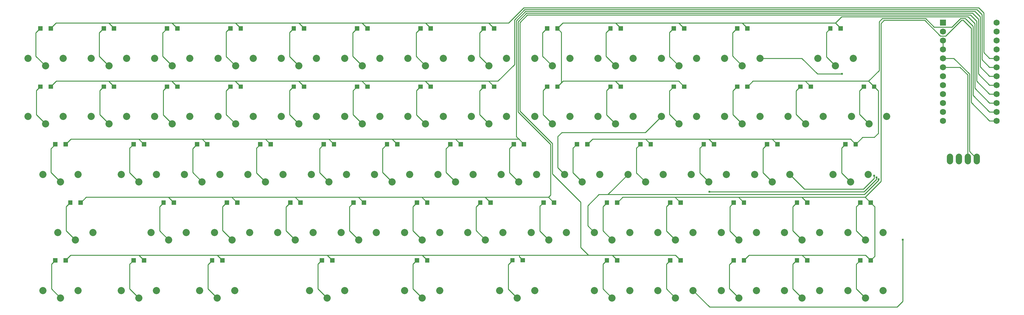
<source format=gbl>
G04 Layer: BottomLayer*
G04 EasyEDA v6.5.1, 2022-08-22 11:36:35*
G04 479a10040a424d6084b7507f6101f796,d603b60474844c32a05bd641800ef4e1,10*
G04 Gerber Generator version 0.2*
G04 Scale: 100 percent, Rotated: No, Reflected: No *
G04 Dimensions in millimeters *
G04 leading zeros omitted , absolute positions ,4 integer and 5 decimal *
%FSLAX45Y45*%
%MOMM*%

%ADD10C,0.2540*%
%ADD11C,0.6100*%
%ADD12C,0.6096*%
%ADD14C,2.0320*%
%ADD15C,1.7526*%
%ADD16R,1.7526X1.7526*%
%ADD17C,1.7780*%

%LPD*%
D10*
X18046954Y2980004D02*
G01*
X17902758Y3124200D01*
X17856324Y3124200D01*
X6532989Y2980009D02*
G01*
X6532989Y2976989D01*
X6413500Y2857500D01*
X6413500Y2171522D01*
X6675018Y1910003D01*
X4303013Y2979928D02*
G01*
X4191000Y2870200D01*
X4191000Y2168905D01*
X4450079Y1910079D01*
X6827265Y2971800D02*
G01*
X6674865Y3124200D01*
X6770877Y3124200D01*
X25189688Y8077200D02*
G01*
X25488900Y8376412D01*
X25488900Y9766300D01*
X25577800Y9855200D01*
X26809700Y9855200D01*
X27051000Y9613900D01*
X27559000Y9613900D01*
X27800300Y9855200D01*
X27940000Y9855200D01*
X28155900Y9639300D01*
X28155900Y7670800D01*
X28625800Y7200900D01*
X28829000Y7200900D01*
X25091643Y4775200D02*
G01*
X25539700Y5223255D01*
X25539700Y9715500D01*
X25628600Y9804400D01*
X26784300Y9804400D01*
X27228800Y9359900D01*
X27381200Y9359900D01*
X27825700Y9804400D01*
X27876500Y9804400D01*
X28105100Y9575800D01*
X28105100Y7467600D01*
X28625800Y6946900D01*
X28829000Y6946900D01*
X27305000Y8470900D02*
G01*
X27787600Y8470900D01*
X28003500Y8255000D01*
X28003500Y5873978D01*
X28004985Y5873981D01*
X28258998Y5873978D02*
G01*
X28054300Y6078677D01*
X28054300Y8280400D01*
X27609800Y8724900D01*
X27305000Y8724900D01*
X21352964Y2979994D02*
G01*
X21352964Y2976064D01*
X21234400Y2857500D01*
X21234400Y2175560D01*
X21499956Y1910003D01*
X23964900Y8280400D02*
G01*
X24434800Y8280400D01*
X16459200Y8032242D02*
G01*
X16504158Y8077200D01*
X19789724Y8077200D01*
X19946950Y7919973D01*
X14393677Y9728200D02*
G01*
X14960600Y9728200D01*
X15392400Y10160000D01*
X28321000Y10160000D01*
X28460700Y10020300D01*
X28460700Y8890000D01*
X28625800Y8724900D01*
X28829000Y8724900D01*
X2372004Y6279997D02*
G01*
X2518206Y6426200D01*
X15250769Y6426200D01*
X15396972Y6279997D01*
X25246838Y4620005D02*
G01*
X25361900Y4504944D01*
X25361900Y3094989D01*
X25246838Y2979928D01*
X23446993Y2979928D02*
G01*
X23301452Y3124200D01*
X21646946Y2980004D02*
G01*
X21791142Y3124200D01*
X25102743Y3124200D01*
X25246939Y2980004D01*
X23446943Y4619980D02*
G01*
X23291723Y4775200D01*
X23280220Y4775200D01*
X21646946Y4619980D02*
G01*
X21491727Y4775200D01*
X21488257Y4775200D01*
X19847052Y4620005D02*
G01*
X19690841Y4775200D01*
X25346913Y7919973D02*
G01*
X25463500Y7803387D01*
X25463500Y6591300D01*
X25349200Y6477000D01*
X25019000Y6477000D01*
X24821895Y6279895D01*
X23546816Y7919973D02*
G01*
X23388574Y8077200D01*
X21746946Y7919973D02*
G01*
X21904172Y8077200D01*
X25189713Y8077200D01*
X25346939Y7919973D01*
X18996913Y6279895D02*
G01*
X18849086Y6426200D01*
X20797011Y6279895D02*
G01*
X20648422Y6426200D01*
X22596856Y6279895D02*
G01*
X22450298Y6426200D01*
X18146953Y7919973D02*
G01*
X17989727Y8077200D01*
X17974269Y8077200D01*
X16346931Y9575037D02*
G01*
X16459200Y9462770D01*
X16459200Y8032242D01*
X16346931Y7919973D01*
X18146953Y9574987D02*
G01*
X17993741Y9728200D01*
X17990804Y9728200D01*
X19946950Y9574987D02*
G01*
X19793737Y9728200D01*
X19757374Y9728200D01*
X21746946Y9574987D02*
G01*
X21593733Y9728200D01*
X21558793Y9728200D01*
X16346957Y9574987D02*
G01*
X16500170Y9728200D01*
X24243741Y9728200D01*
X24396954Y9574987D01*
X15361589Y2984500D02*
G01*
X15263403Y3082686D01*
X15263403Y3124200D01*
X12646964Y2980004D02*
G01*
X12502768Y3124200D01*
X12494902Y3124200D01*
X9946970Y2980004D02*
G01*
X9802774Y3124200D01*
X9794001Y3124200D01*
X4596891Y2979928D02*
G01*
X4450841Y3124200D01*
X2372004Y2980004D02*
G01*
X2516200Y3124200D01*
X19702754Y3124200D01*
X19846950Y2980004D01*
X14447011Y4620005D02*
G01*
X14289786Y4775200D01*
X12646913Y4620005D02*
G01*
X12493752Y4775200D01*
X10847070Y4620005D02*
G01*
X10690352Y4775200D01*
X9046972Y4619980D02*
G01*
X8891752Y4775200D01*
X8885120Y4775200D01*
X7246975Y4619980D02*
G01*
X7091756Y4775200D01*
X7067204Y4775200D01*
X5446979Y4619980D02*
G01*
X5291759Y4775200D01*
X5285577Y4775200D01*
X2796997Y4619980D02*
G01*
X2952216Y4775200D01*
X16091738Y4775200D01*
X16246957Y4619980D01*
X13596874Y6279895D02*
G01*
X13448791Y6426200D01*
X11796979Y6279997D02*
G01*
X11650776Y6426200D01*
X11644325Y6426200D01*
X9996982Y6279997D02*
G01*
X9850780Y6426200D01*
X9840031Y6426200D01*
X8196986Y6279997D02*
G01*
X8050784Y6426200D01*
X8045521Y6426200D01*
X6396990Y6279997D02*
G01*
X6250787Y6426200D01*
X6245931Y6426200D01*
X4596891Y6279895D02*
G01*
X4448809Y6426200D01*
X12746964Y7919973D02*
G01*
X12589738Y8077200D01*
X12583972Y8077200D01*
X10946968Y7919973D02*
G01*
X10789742Y8077200D01*
X10778393Y8077200D01*
X9146971Y7919973D02*
G01*
X8989745Y8077200D01*
X8978803Y8077200D01*
X7346975Y7919973D02*
G01*
X7189749Y8077200D01*
X7183023Y8077200D01*
X5546979Y7919973D02*
G01*
X5394863Y8072089D01*
X5394863Y8077200D01*
X3746982Y7919973D02*
G01*
X3592733Y8074223D01*
X3592733Y8077200D01*
X1946986Y7919973D02*
G01*
X2104212Y8077200D01*
X14389734Y8077200D01*
X14546961Y7919973D01*
X12746990Y9575037D02*
G01*
X12593065Y9728200D01*
X10946891Y9575037D02*
G01*
X10794745Y9728200D01*
X9146971Y9574987D02*
G01*
X8993759Y9728200D01*
X8977424Y9728200D01*
X7346975Y9574987D02*
G01*
X7193762Y9728200D01*
X7190534Y9728200D01*
X5546852Y9575037D02*
G01*
X5393436Y9728200D01*
X3747008Y9575037D02*
G01*
X3595115Y9728200D01*
X1946986Y9574987D02*
G01*
X1946986Y9579686D01*
X2095500Y9728200D01*
X14393748Y9728200D01*
X14546961Y9574987D01*
X24103075Y9575037D02*
G01*
X23990300Y9461500D01*
X23990300Y8769604D01*
X24249888Y8510015D01*
X27305000Y8978900D02*
G01*
X27305000Y9232900D01*
X27292300Y9245600D01*
X3452875Y9575037D02*
G01*
X3327400Y9448800D01*
X3327400Y8782558D01*
X3599941Y8510015D01*
X1653004Y9574979D02*
G01*
X1650179Y9574979D01*
X1524000Y9448800D01*
X1524000Y8785987D01*
X1799996Y8509990D01*
X5252999Y9574979D02*
G01*
X5252999Y9570999D01*
X5130800Y9448800D01*
X5130800Y8779179D01*
X5399989Y8509990D01*
X7052993Y9574979D02*
G01*
X7034979Y9574979D01*
X6934200Y9474200D01*
X6934200Y8775776D01*
X7199985Y8509990D01*
X8852915Y9575037D02*
G01*
X8737600Y9461500D01*
X8737600Y8772397D01*
X8999981Y8510015D01*
X10653013Y9575037D02*
G01*
X10528300Y9448800D01*
X10528300Y8781795D01*
X10800079Y8510015D01*
X12452982Y9574979D02*
G01*
X12452982Y9570082D01*
X12331700Y9448800D01*
X12331700Y8778265D01*
X12599974Y8509990D01*
X14252978Y9574979D02*
G01*
X14252978Y9566678D01*
X14135100Y9448800D01*
X14135100Y8774861D01*
X14399971Y8509990D01*
X16053054Y9575037D02*
G01*
X15925800Y9448800D01*
X15925800Y8784081D01*
X16199866Y8510015D01*
X17852898Y9575037D02*
G01*
X17729200Y9448800D01*
X17729200Y8780779D01*
X17999963Y8510015D01*
X19652968Y9574979D02*
G01*
X19646079Y9574979D01*
X19532600Y9461500D01*
X19532600Y8777351D01*
X19799960Y8509990D01*
X21452964Y9574979D02*
G01*
X21449479Y9574979D01*
X21323300Y9448800D01*
X21323300Y8786647D01*
X21599956Y8509990D01*
X25053036Y7919973D02*
G01*
X24930100Y7797800D01*
X24930100Y7129779D01*
X25199848Y6860031D01*
X23252960Y7919984D02*
G01*
X23248884Y7919984D01*
X23126700Y7797800D01*
X23126700Y7133247D01*
X23399953Y6859993D01*
X21452964Y7919984D02*
G01*
X21452964Y7914764D01*
X21336000Y7797800D01*
X21336000Y7123950D01*
X21599956Y6859993D01*
X19652995Y7919973D02*
G01*
X19532600Y7797800D01*
X19532600Y7127239D01*
X19800061Y6860031D01*
X17852898Y7919973D02*
G01*
X17741900Y7810500D01*
X17741900Y7118095D01*
X17999963Y6860031D01*
X16052975Y7919984D02*
G01*
X16047984Y7919984D01*
X15938500Y7810500D01*
X15938500Y7121461D01*
X16199967Y6859993D01*
X14252978Y7919984D02*
G01*
X14252978Y7915678D01*
X14135100Y7797800D01*
X14135100Y7124865D01*
X14399971Y6859993D01*
X12452858Y7919973D02*
G01*
X12344400Y7810500D01*
X12344400Y7115555D01*
X12599924Y6860031D01*
X10653013Y7919973D02*
G01*
X10541000Y7810500D01*
X10541000Y7118858D01*
X10800079Y6860031D01*
X8852989Y7919984D02*
G01*
X8847084Y7919984D01*
X8737600Y7810500D01*
X8737600Y7122375D01*
X8999981Y6859993D01*
X7052993Y7919984D02*
G01*
X7052993Y7916593D01*
X6934200Y7797800D01*
X6934200Y7125779D01*
X7199985Y6859993D01*
X5252996Y7919984D02*
G01*
X5143500Y7810500D01*
X5143500Y7116483D01*
X5399989Y6859993D01*
X3453000Y7919984D02*
G01*
X3449584Y7919984D01*
X3340100Y7810500D01*
X3340100Y7119886D01*
X3599992Y6859993D01*
X1653004Y7919984D02*
G01*
X1646184Y7919984D01*
X1536700Y7810500D01*
X1536700Y7123290D01*
X1799996Y6859993D01*
X2077974Y6279895D02*
G01*
X1955800Y6159500D01*
X1955800Y5479287D01*
X2225040Y5210047D01*
X4302998Y6279987D02*
G01*
X4298787Y6279987D01*
X4191000Y6172200D01*
X4191000Y5468988D01*
X4449991Y5209997D01*
X6103111Y6279895D02*
G01*
X5981700Y6159500D01*
X5981700Y5478271D01*
X6249924Y5210047D01*
X7902991Y6279987D02*
G01*
X7902991Y6277391D01*
X7797800Y6172200D01*
X7797800Y5462181D01*
X8049983Y5209997D01*
X9702987Y6279987D02*
G01*
X9702987Y6273987D01*
X9588500Y6159500D01*
X9588500Y5471477D01*
X9849980Y5209997D01*
X11502984Y6279987D02*
G01*
X11499687Y6279987D01*
X11379200Y6159500D01*
X11379200Y5480773D01*
X11649976Y5209997D01*
X13302995Y6279895D02*
G01*
X13182600Y6159500D01*
X13182600Y5477255D01*
X13450061Y5210047D01*
X15102977Y6279987D02*
G01*
X15102977Y6276477D01*
X14986000Y6159500D01*
X14986000Y5473966D01*
X15249969Y5209997D01*
X16902973Y6279987D02*
G01*
X16897187Y6279987D01*
X16789400Y6172200D01*
X16789400Y5470563D01*
X17049965Y5209997D01*
X18703036Y6279895D02*
G01*
X18592800Y6172200D01*
X18592800Y5467095D01*
X18849848Y5210047D01*
X20502879Y6279895D02*
G01*
X20396200Y6172200D01*
X20396200Y5463794D01*
X20649945Y5210047D01*
X22302962Y6279987D02*
G01*
X22302962Y6275562D01*
X22186900Y6159500D01*
X22186900Y5473052D01*
X22449955Y5209997D01*
X24528018Y6279895D02*
G01*
X24422100Y6172200D01*
X24422100Y5462778D01*
X24674829Y5210047D01*
X2503002Y4619990D02*
G01*
X2499090Y4619990D01*
X2387600Y4508500D01*
X2387600Y3822395D01*
X2649994Y3560000D01*
X5152897Y4620005D02*
G01*
X5041900Y4508500D01*
X5041900Y3818128D01*
X5299963Y3560063D01*
X6952993Y4619990D02*
G01*
X6944090Y4619990D01*
X6832600Y4508500D01*
X6832600Y3827386D01*
X7099985Y3560000D01*
X8752989Y4619990D02*
G01*
X8752989Y4612789D01*
X8636000Y4495800D01*
X8636000Y3823982D01*
X8899982Y3560000D01*
X10552938Y4620005D02*
G01*
X10439400Y4508500D01*
X10439400Y3820668D01*
X10700004Y3560063D01*
X12353036Y4620005D02*
G01*
X12242800Y4508500D01*
X12242800Y3817112D01*
X12500102Y3560063D01*
X14152979Y4619990D02*
G01*
X14152979Y4615279D01*
X14033500Y4495800D01*
X14033500Y3826471D01*
X14299971Y3560000D01*
X15952975Y4619990D02*
G01*
X15948390Y4619990D01*
X15849600Y4521200D01*
X15849600Y3810368D01*
X16099967Y3560000D01*
X17753075Y4620005D02*
G01*
X17640300Y4508500D01*
X17640300Y3819652D01*
X17899888Y3560063D01*
X19552920Y4620005D02*
G01*
X19443700Y4508500D01*
X19443700Y3816350D01*
X19699986Y3560063D01*
X21352964Y4619990D02*
G01*
X21352964Y4614364D01*
X21247100Y4508500D01*
X21247100Y3812857D01*
X21499956Y3560000D01*
X23152961Y4619990D02*
G01*
X23149290Y4619990D01*
X23037800Y4508500D01*
X23037800Y3822153D01*
X23299953Y3560000D01*
X24952959Y4620005D02*
G01*
X24841200Y4508500D01*
X24841200Y3818636D01*
X25100025Y3560063D01*
X24952959Y2979928D02*
G01*
X24841200Y2870200D01*
X24841200Y2168652D01*
X25100025Y1910079D01*
X23152961Y2979994D02*
G01*
X23147594Y2979994D01*
X23037800Y2870200D01*
X23037800Y2172157D01*
X23299953Y1910003D01*
X19552920Y2979928D02*
G01*
X19443700Y2870200D01*
X19443700Y2166365D01*
X19699986Y1910079D01*
X17752971Y2979994D02*
G01*
X17750094Y2979994D01*
X17640300Y2870200D01*
X17640300Y2169668D01*
X17899964Y1910003D01*
X12353036Y2979928D02*
G01*
X12242800Y2870200D01*
X12242800Y2167128D01*
X12500102Y1910079D01*
X9652988Y2979994D02*
G01*
X9647494Y2979994D01*
X9537700Y2870200D01*
X9537700Y2172284D01*
X9799980Y1910003D01*
X2077974Y2979928D02*
G01*
X1968500Y2870200D01*
X1968500Y2166620D01*
X2225040Y1910079D01*
X17196968Y6279997D02*
G01*
X17343170Y6426200D01*
X24675744Y6426200D01*
X24821946Y6279997D01*
X16852900Y6616700D02*
G01*
X16471900Y6616700D01*
X16357600Y6502400D01*
X16357600Y5612384D01*
X16549877Y5420105D01*
X22099955Y8719972D02*
G01*
X22104883Y8724900D01*
X23291800Y8724900D01*
X23736300Y8280400D01*
X23964900Y8280400D01*
X14389608Y8077200D02*
G01*
X14653008Y8076437D01*
X15125700Y8545829D01*
X15125700Y9817100D01*
X15417800Y10109200D01*
X28270200Y10109200D01*
X28409900Y9969500D01*
X28409900Y8686800D01*
X28625800Y8470900D01*
X28829000Y8470900D01*
X24243791Y9728200D02*
G01*
X24421591Y9906000D01*
X28016200Y9906000D01*
X28206700Y9715500D01*
X28206700Y7874000D01*
X28625800Y7454900D01*
X28829000Y7454900D01*
X16091656Y4775200D02*
G01*
X16154400Y4837937D01*
X16154400Y6273800D01*
X15227300Y7200900D01*
X15227300Y9766300D01*
X15468600Y10007600D01*
X28143200Y10007600D01*
X28308300Y9842500D01*
X28308300Y8280400D01*
X28625800Y7962900D01*
X28829000Y7962900D01*
X17227041Y3124200D02*
G01*
X17005300Y3345942D01*
X17005300Y4635500D01*
X16205200Y5435600D01*
X16205200Y6299200D01*
X15278100Y7226300D01*
X15278100Y9740900D01*
X15494000Y9956800D01*
X28079700Y9956800D01*
X28257500Y9779000D01*
X28257500Y8077200D01*
X28625800Y7708900D01*
X28829000Y7708900D01*
X20199858Y2119884D02*
G01*
X20668995Y1651000D01*
X25996900Y1651000D01*
X26162000Y1816100D01*
X26162000Y3568700D01*
X25476200Y5283200D02*
G01*
X25476200Y5257800D01*
X25069800Y4851400D01*
X17528994Y4851400D01*
X18349975Y5420105D02*
G01*
X17780761Y4851400D01*
X17526000Y4851400D02*
G01*
X17208500Y4533900D01*
X17208500Y3961384D01*
X17400016Y3769868D01*
X22949916Y5420105D02*
G01*
X23366222Y5003800D01*
X25044400Y5003800D01*
X25349200Y5308600D01*
X25349200Y5384800D01*
X20660619Y4930650D02*
G01*
X20663656Y4927600D01*
X25057100Y4927600D01*
X25412700Y5283200D01*
X25412700Y5334000D01*
X15250665Y6426200D02*
G01*
X15176500Y6500365D01*
X15176500Y9791700D01*
X15443200Y10058400D01*
X28206700Y10058400D01*
X28359100Y9906000D01*
X28359100Y8483600D01*
X28625800Y8216900D01*
X28829000Y8216900D01*
X18046954Y4619980D02*
G01*
X18202173Y4775200D01*
X25091720Y4775200D01*
X25246939Y4619980D01*
X16852900Y6616700D02*
G01*
X18846800Y6616700D01*
X19299936Y7069836D01*
X15067534Y2984500D02*
G01*
X15062200Y2984500D01*
X15067610Y2984500D02*
G01*
X15067610Y2977210D01*
X14947900Y2857500D01*
X14947900Y2162073D01*
X15199969Y1910003D01*
G36*
X24465452Y6218986D02*
G01*
X24590451Y6218986D01*
X24590451Y6340988D01*
X24465452Y6340988D01*
G37*
G36*
X24759452Y6218986D02*
G01*
X24884451Y6218986D01*
X24884451Y6340988D01*
X24759452Y6340988D01*
G37*
G36*
X19590461Y9513978D02*
G01*
X19715459Y9513978D01*
X19715459Y9635980D01*
X19590461Y9635980D01*
G37*
G36*
X19884461Y9513978D02*
G01*
X20009459Y9513978D01*
X20009459Y9635980D01*
X19884461Y9635980D01*
G37*
G36*
X3390493Y9513978D02*
G01*
X3515492Y9513978D01*
X3515492Y9635980D01*
X3390493Y9635980D01*
G37*
G36*
X3684493Y9513978D02*
G01*
X3809491Y9513978D01*
X3809491Y9635980D01*
X3684493Y9635980D01*
G37*
G36*
X5190492Y9513978D02*
G01*
X5315491Y9513978D01*
X5315491Y9635980D01*
X5190492Y9635980D01*
G37*
G36*
X5484489Y9513978D02*
G01*
X5609490Y9513978D01*
X5609490Y9635980D01*
X5484489Y9635980D01*
G37*
G36*
X6990486Y9513978D02*
G01*
X7115484Y9513978D01*
X7115484Y9635980D01*
X6990486Y9635980D01*
G37*
G36*
X7284486Y9513978D02*
G01*
X7409484Y9513978D01*
X7409484Y9635980D01*
X7284486Y9635980D01*
G37*
G36*
X8790482Y9513978D02*
G01*
X8915481Y9513978D01*
X8915481Y9635980D01*
X8790482Y9635980D01*
G37*
G36*
X9084482Y9513978D02*
G01*
X9209481Y9513978D01*
X9209481Y9635980D01*
X9084482Y9635980D01*
G37*
G36*
X10590479Y9513978D02*
G01*
X10715477Y9513978D01*
X10715477Y9635980D01*
X10590479Y9635980D01*
G37*
G36*
X10884479Y9513978D02*
G01*
X11009477Y9513978D01*
X11009477Y9635980D01*
X10884479Y9635980D01*
G37*
G36*
X12390475Y9513978D02*
G01*
X12515474Y9513978D01*
X12515474Y9635980D01*
X12390475Y9635980D01*
G37*
G36*
X12684475Y9513978D02*
G01*
X12809474Y9513978D01*
X12809474Y9635980D01*
X12684475Y9635980D01*
G37*
G36*
X14190472Y9513978D02*
G01*
X14315470Y9513978D01*
X14315470Y9635980D01*
X14190472Y9635980D01*
G37*
G36*
X14484471Y9513978D02*
G01*
X14609470Y9513978D01*
X14609470Y9635980D01*
X14484471Y9635980D01*
G37*
G36*
X15990468Y9513978D02*
G01*
X16115466Y9513978D01*
X16115466Y9635980D01*
X15990468Y9635980D01*
G37*
G36*
X16284468Y9513978D02*
G01*
X16409466Y9513978D01*
X16409466Y9635980D01*
X16284468Y9635980D01*
G37*
G36*
X17790464Y9513978D02*
G01*
X17915463Y9513978D01*
X17915463Y9635980D01*
X17790464Y9635980D01*
G37*
G36*
X18084464Y9513978D02*
G01*
X18209463Y9513978D01*
X18209463Y9635980D01*
X18084464Y9635980D01*
G37*
G36*
X22240455Y6218986D02*
G01*
X22365454Y6218986D01*
X22365454Y6340988D01*
X22240455Y6340988D01*
G37*
G36*
X22534455Y6218986D02*
G01*
X22659454Y6218986D01*
X22659454Y6340988D01*
X22534455Y6340988D01*
G37*
G36*
X17690465Y4558990D02*
G01*
X17815463Y4558990D01*
X17815463Y4680991D01*
X17690465Y4680991D01*
G37*
G36*
X17984464Y4558990D02*
G01*
X18109463Y4558990D01*
X18109463Y4680991D01*
X17984464Y4680991D01*
G37*
G36*
X21390457Y9513978D02*
G01*
X21515456Y9513978D01*
X21515456Y9635980D01*
X21390457Y9635980D01*
G37*
G36*
X21684457Y9513978D02*
G01*
X21809456Y9513978D01*
X21809456Y9635980D01*
X21684457Y9635980D01*
G37*
G36*
X19490461Y4558990D02*
G01*
X19615459Y4558990D01*
X19615459Y4680991D01*
X19490461Y4680991D01*
G37*
G36*
X19784461Y4558990D02*
G01*
X19909459Y4558990D01*
X19909459Y4680991D01*
X19784461Y4680991D01*
G37*
G36*
X21290457Y4558990D02*
G01*
X21415456Y4558990D01*
X21415456Y4680991D01*
X21290457Y4680991D01*
G37*
G36*
X21584457Y4558990D02*
G01*
X21709456Y4558990D01*
X21709456Y4680991D01*
X21584457Y4680991D01*
G37*
G36*
X20440459Y6218986D02*
G01*
X20565457Y6218986D01*
X20565457Y6340988D01*
X20440459Y6340988D01*
G37*
G36*
X20734459Y6218986D02*
G01*
X20859457Y6218986D01*
X20859457Y6340988D01*
X20734459Y6340988D01*
G37*
G36*
X4240491Y6218986D02*
G01*
X4365490Y6218986D01*
X4365490Y6340988D01*
X4240491Y6340988D01*
G37*
G36*
X4534491Y6218986D02*
G01*
X4659490Y6218986D01*
X4659490Y6340988D01*
X4534491Y6340988D01*
G37*
G36*
X6470500Y2918998D02*
G01*
X6595498Y2918998D01*
X6595498Y3040999D01*
X6470500Y3040999D01*
G37*
G36*
X6764500Y2918998D02*
G01*
X6889495Y2918998D01*
X6889495Y3040999D01*
X6764500Y3040999D01*
G37*
G36*
X17690465Y2918993D02*
G01*
X17815463Y2918993D01*
X17815463Y3040994D01*
X17690465Y3040994D01*
G37*
G36*
X17984464Y2918993D02*
G01*
X18109463Y2918993D01*
X18109463Y3040994D01*
X17984464Y3040994D01*
G37*
G36*
X12290475Y4558990D02*
G01*
X12415474Y4558990D01*
X12415474Y4680991D01*
X12290475Y4680991D01*
G37*
G36*
X12584475Y4558990D02*
G01*
X12709474Y4558990D01*
X12709474Y4680991D01*
X12584475Y4680991D01*
G37*
G36*
X24040452Y9513978D02*
G01*
X24165450Y9513978D01*
X24165450Y9635980D01*
X24040452Y9635980D01*
G37*
G36*
X24334452Y9513978D02*
G01*
X24459450Y9513978D01*
X24459450Y9635980D01*
X24334452Y9635980D01*
G37*
G36*
X8690483Y4558990D02*
G01*
X8815481Y4558990D01*
X8815481Y4680991D01*
X8690483Y4680991D01*
G37*
G36*
X8984482Y4558990D02*
G01*
X9109481Y4558990D01*
X9109481Y4680991D01*
X8984482Y4680991D01*
G37*
G36*
X2015497Y6218986D02*
G01*
X2140496Y6218986D01*
X2140496Y6340988D01*
X2015497Y6340988D01*
G37*
G36*
X2309497Y6218986D02*
G01*
X2434493Y6218986D01*
X2434493Y6340988D01*
X2309497Y6340988D01*
G37*
G36*
X2015497Y2918993D02*
G01*
X2140496Y2918993D01*
X2140496Y3040994D01*
X2015497Y3040994D01*
G37*
G36*
X2309497Y2918993D02*
G01*
X2434493Y2918993D01*
X2434493Y3040994D01*
X2309497Y3040994D01*
G37*
G36*
X19490461Y2918993D02*
G01*
X19615459Y2918993D01*
X19615459Y3040994D01*
X19490461Y3040994D01*
G37*
G36*
X19784461Y2918993D02*
G01*
X19909459Y2918993D01*
X19909459Y3040994D01*
X19784461Y3040994D01*
G37*
G36*
X7840484Y6218986D02*
G01*
X7965483Y6218986D01*
X7965483Y6340988D01*
X7840484Y6340988D01*
G37*
G36*
X8134484Y6218986D02*
G01*
X8259483Y6218986D01*
X8259483Y6340988D01*
X8134484Y6340988D01*
G37*
G36*
X23090454Y2918993D02*
G01*
X23215452Y2918993D01*
X23215452Y3040994D01*
X23090454Y3040994D01*
G37*
G36*
X23384454Y2918993D02*
G01*
X23509452Y2918993D01*
X23509452Y3040994D01*
X23384454Y3040994D01*
G37*
G36*
X6990486Y7858983D02*
G01*
X7115484Y7858983D01*
X7115484Y7980984D01*
X6990486Y7980984D01*
G37*
G36*
X7284486Y7858983D02*
G01*
X7409484Y7858983D01*
X7409484Y7980984D01*
X7284486Y7980984D01*
G37*
G36*
X1590497Y9513978D02*
G01*
X1715495Y9513978D01*
X1715495Y9635980D01*
X1590497Y9635980D01*
G37*
G36*
X1884497Y9513978D02*
G01*
X2009495Y9513978D01*
X2009495Y9635980D01*
X1884497Y9635980D01*
G37*
G36*
X9640481Y6218986D02*
G01*
X9765479Y6218986D01*
X9765479Y6340988D01*
X9640481Y6340988D01*
G37*
G36*
X9934481Y6218986D02*
G01*
X10059479Y6218986D01*
X10059479Y6340988D01*
X9934481Y6340988D01*
G37*
G36*
X12290475Y2918993D02*
G01*
X12415474Y2918993D01*
X12415474Y3040994D01*
X12290475Y3040994D01*
G37*
G36*
X12584475Y2918993D02*
G01*
X12709474Y2918993D01*
X12709474Y3040994D01*
X12584475Y3040994D01*
G37*
G36*
X11440477Y6218986D02*
G01*
X11565475Y6218986D01*
X11565475Y6340988D01*
X11440477Y6340988D01*
G37*
G36*
X11734477Y6218986D02*
G01*
X11859475Y6218986D01*
X11859475Y6340988D01*
X11734477Y6340988D01*
G37*
G36*
X13240473Y6218986D02*
G01*
X13365472Y6218986D01*
X13365472Y6340988D01*
X13240473Y6340988D01*
G37*
G36*
X13534473Y6218986D02*
G01*
X13659472Y6218986D01*
X13659472Y6340988D01*
X13534473Y6340988D01*
G37*
G36*
X15990468Y7858983D02*
G01*
X16115466Y7858983D01*
X16115466Y7980984D01*
X15990468Y7980984D01*
G37*
G36*
X16284468Y7858983D02*
G01*
X16409466Y7858983D01*
X16409466Y7980984D01*
X16284468Y7980984D01*
G37*
G36*
X15040470Y6218986D02*
G01*
X15165468Y6218986D01*
X15165468Y6340988D01*
X15040470Y6340988D01*
G37*
G36*
X15334470Y6218986D02*
G01*
X15459468Y6218986D01*
X15459468Y6340988D01*
X15334470Y6340988D01*
G37*
G36*
X16840466Y6218986D02*
G01*
X16965465Y6218986D01*
X16965465Y6340988D01*
X16840466Y6340988D01*
G37*
G36*
X17134466Y6218986D02*
G01*
X17259465Y6218986D01*
X17259465Y6340988D01*
X17134466Y6340988D01*
G37*
G36*
X18640463Y6218986D02*
G01*
X18765461Y6218986D01*
X18765461Y6340988D01*
X18640463Y6340988D01*
G37*
G36*
X18934463Y6218986D02*
G01*
X19059461Y6218986D01*
X19059461Y6340988D01*
X18934463Y6340988D01*
G37*
G36*
X21290457Y2918993D02*
G01*
X21415456Y2918993D01*
X21415456Y3040994D01*
X21290457Y3040994D01*
G37*
G36*
X21584457Y2918993D02*
G01*
X21709456Y2918993D01*
X21709456Y3040994D01*
X21584457Y3040994D01*
G37*
G36*
X15890468Y4558990D02*
G01*
X16015467Y4558990D01*
X16015467Y4680991D01*
X15890468Y4680991D01*
G37*
G36*
X16184468Y4558990D02*
G01*
X16309466Y4558990D01*
X16309466Y4680991D01*
X16184468Y4680991D01*
G37*
G36*
X14090472Y4558990D02*
G01*
X14215470Y4558990D01*
X14215470Y4680991D01*
X14090472Y4680991D01*
G37*
G36*
X14384472Y4558990D02*
G01*
X14509470Y4558990D01*
X14509470Y4680991D01*
X14384472Y4680991D01*
G37*
G36*
X17790464Y7858983D02*
G01*
X17915463Y7858983D01*
X17915463Y7980984D01*
X17790464Y7980984D01*
G37*
G36*
X18084464Y7858983D02*
G01*
X18209463Y7858983D01*
X18209463Y7980984D01*
X18084464Y7980984D01*
G37*
G36*
X19590461Y7858983D02*
G01*
X19715459Y7858983D01*
X19715459Y7980984D01*
X19590461Y7980984D01*
G37*
G36*
X19884461Y7858983D02*
G01*
X20009459Y7858983D01*
X20009459Y7980984D01*
X19884461Y7980984D01*
G37*
G36*
X3390493Y7858983D02*
G01*
X3515492Y7858983D01*
X3515492Y7980984D01*
X3390493Y7980984D01*
G37*
G36*
X3684493Y7858983D02*
G01*
X3809491Y7858983D01*
X3809491Y7980984D01*
X3684493Y7980984D01*
G37*
G36*
X8790482Y7858983D02*
G01*
X8915481Y7858983D01*
X8915481Y7980984D01*
X8790482Y7980984D01*
G37*
G36*
X9084482Y7858983D02*
G01*
X9209481Y7858983D01*
X9209481Y7980984D01*
X9084482Y7980984D01*
G37*
G36*
X24890450Y2918993D02*
G01*
X25015449Y2918993D01*
X25015449Y3040994D01*
X24890450Y3040994D01*
G37*
G36*
X25184450Y2918993D02*
G01*
X25309449Y2918993D01*
X25309449Y3040994D01*
X25184450Y3040994D01*
G37*
G36*
X6040488Y6218986D02*
G01*
X6165486Y6218986D01*
X6165486Y6340988D01*
X6040488Y6340988D01*
G37*
G36*
X6334488Y6218986D02*
G01*
X6459486Y6218986D01*
X6459486Y6340988D01*
X6334488Y6340988D01*
G37*
G36*
X2440495Y4558990D02*
G01*
X2565493Y4558990D01*
X2565493Y4680991D01*
X2440495Y4680991D01*
G37*
G36*
X2734495Y4558990D02*
G01*
X2859493Y4558990D01*
X2859493Y4680991D01*
X2734495Y4680991D01*
G37*
G36*
X24890450Y4558990D02*
G01*
X25015449Y4558990D01*
X25015449Y4680991D01*
X24890450Y4680991D01*
G37*
G36*
X25184450Y4558990D02*
G01*
X25309449Y4558990D01*
X25309449Y4680991D01*
X25184450Y4680991D01*
G37*
G36*
X9590481Y2918993D02*
G01*
X9715479Y2918993D01*
X9715479Y3040994D01*
X9590481Y3040994D01*
G37*
G36*
X9884481Y2918993D02*
G01*
X10009479Y2918993D01*
X10009479Y3040994D01*
X9884481Y3040994D01*
G37*
G36*
X15005100Y2923499D02*
G01*
X15130099Y2923499D01*
X15130099Y3045500D01*
X15005100Y3045500D01*
G37*
G36*
X15299100Y2923499D02*
G01*
X15424099Y2923499D01*
X15424099Y3045500D01*
X15299100Y3045500D01*
G37*
G36*
X10590479Y7858983D02*
G01*
X10715477Y7858983D01*
X10715477Y7980984D01*
X10590479Y7980984D01*
G37*
G36*
X10884479Y7858983D02*
G01*
X11009477Y7858983D01*
X11009477Y7980984D01*
X10884479Y7980984D01*
G37*
G36*
X1590497Y7858983D02*
G01*
X1715495Y7858983D01*
X1715495Y7980984D01*
X1590497Y7980984D01*
G37*
G36*
X1884497Y7858983D02*
G01*
X2009495Y7858983D01*
X2009495Y7980984D01*
X1884497Y7980984D01*
G37*
G36*
X14190472Y7858983D02*
G01*
X14315470Y7858983D01*
X14315470Y7980984D01*
X14190472Y7980984D01*
G37*
G36*
X14484471Y7858983D02*
G01*
X14609470Y7858983D01*
X14609470Y7980984D01*
X14484471Y7980984D01*
G37*
G36*
X23090454Y4558990D02*
G01*
X23215452Y4558990D01*
X23215452Y4680991D01*
X23090454Y4680991D01*
G37*
G36*
X23384454Y4558990D02*
G01*
X23509452Y4558990D01*
X23509452Y4680991D01*
X23384454Y4680991D01*
G37*
G36*
X10490479Y4558990D02*
G01*
X10615477Y4558990D01*
X10615477Y4680991D01*
X10490479Y4680991D01*
G37*
G36*
X10784479Y4558990D02*
G01*
X10909477Y4558990D01*
X10909477Y4680991D01*
X10784479Y4680991D01*
G37*
G36*
X5190490Y7858983D02*
G01*
X5315488Y7858983D01*
X5315488Y7980984D01*
X5190490Y7980984D01*
G37*
G36*
X5484489Y7858983D02*
G01*
X5609488Y7858983D01*
X5609488Y7980984D01*
X5484489Y7980984D01*
G37*
G36*
X4240491Y2918993D02*
G01*
X4365490Y2918993D01*
X4365490Y3040994D01*
X4240491Y3040994D01*
G37*
G36*
X4534491Y2918993D02*
G01*
X4659490Y2918993D01*
X4659490Y3040994D01*
X4534491Y3040994D01*
G37*
G36*
X6890486Y4558990D02*
G01*
X7015485Y4558990D01*
X7015485Y4680991D01*
X6890486Y4680991D01*
G37*
G36*
X7184486Y4558990D02*
G01*
X7309484Y4558990D01*
X7309484Y4680991D01*
X7184486Y4680991D01*
G37*
G36*
X5090490Y4558990D02*
G01*
X5215488Y4558990D01*
X5215488Y4680991D01*
X5090490Y4680991D01*
G37*
G36*
X5384490Y4558990D02*
G01*
X5509488Y4558990D01*
X5509488Y4680991D01*
X5384490Y4680991D01*
G37*
G36*
X12390475Y7858983D02*
G01*
X12515474Y7858983D01*
X12515474Y7980984D01*
X12390475Y7980984D01*
G37*
G36*
X12684475Y7858983D02*
G01*
X12809474Y7858983D01*
X12809474Y7980984D01*
X12684475Y7980984D01*
G37*
G36*
X24990450Y7858983D02*
G01*
X25115448Y7858983D01*
X25115448Y7980984D01*
X24990450Y7980984D01*
G37*
G36*
X25284450Y7858983D02*
G01*
X25409448Y7858983D01*
X25409448Y7980984D01*
X25284450Y7980984D01*
G37*
G36*
X21390457Y7858983D02*
G01*
X21515456Y7858983D01*
X21515456Y7980984D01*
X21390457Y7980984D01*
G37*
G36*
X21684457Y7858983D02*
G01*
X21809456Y7858983D01*
X21809456Y7980984D01*
X21684457Y7980984D01*
G37*
G36*
X23190454Y7858983D02*
G01*
X23315452Y7858983D01*
X23315452Y7980984D01*
X23190454Y7980984D01*
G37*
G36*
X23484453Y7858983D02*
G01*
X23609452Y7858983D01*
X23609452Y7980984D01*
X23484453Y7980984D01*
G37*
D14*
G01*
X19799960Y8509990D03*
G01*
X19299961Y8719972D03*
G01*
X20299959Y8719972D03*
G01*
X3599992Y8509990D03*
G01*
X3099993Y8719972D03*
G01*
X4099991Y8719972D03*
G01*
X5399989Y8509990D03*
G01*
X4899990Y8719972D03*
G01*
X5899988Y8719972D03*
G01*
X7199985Y8509990D03*
G01*
X6699986Y8719972D03*
G01*
X7699984Y8719972D03*
G01*
X8999981Y8509990D03*
G01*
X8499983Y8719972D03*
G01*
X9499981Y8719972D03*
G01*
X12599974Y8509990D03*
G01*
X12099975Y8719972D03*
G01*
X13099973Y8719972D03*
G01*
X14399971Y8509990D03*
G01*
X13899972Y8719972D03*
G01*
X14899970Y8719972D03*
G01*
X16199967Y8509990D03*
G01*
X15699968Y8719972D03*
G01*
X16699966Y8719972D03*
G01*
X17999963Y8509990D03*
G01*
X17499965Y8719972D03*
G01*
X18499963Y8719972D03*
G01*
X22449967Y5209997D03*
G01*
X21949968Y5419979D03*
G01*
X22949966Y5419979D03*
G01*
X17899964Y3559987D03*
G01*
X17399965Y3769969D03*
G01*
X18399963Y3769969D03*
G01*
X21599956Y8509990D03*
G01*
X21099957Y8719972D03*
G01*
X22099955Y8719972D03*
G01*
X19699960Y3559987D03*
G01*
X19199961Y3769969D03*
G01*
X20199959Y3769969D03*
G01*
X21499956Y3559987D03*
G01*
X20999958Y3769969D03*
G01*
X21999956Y3769969D03*
G01*
X20649971Y5209997D03*
G01*
X20149972Y5419979D03*
G01*
X21149970Y5419979D03*
G01*
X4450003Y5209997D03*
G01*
X3949979Y5419979D03*
G01*
X4950002Y5419979D03*
G01*
X6675018Y1910003D03*
G01*
X6175019Y2119985D03*
G01*
X7175017Y2119985D03*
G01*
X17899964Y1910003D03*
G01*
X17399965Y2119985D03*
G01*
X18399963Y2119985D03*
G01*
X12499975Y3559987D03*
G01*
X11999975Y3769969D03*
G01*
X12999974Y3769969D03*
G01*
X24249964Y8509990D03*
G01*
X23749965Y8719972D03*
G01*
X24749963Y8719972D03*
G01*
X8899982Y3559987D03*
G01*
X8399983Y3769969D03*
G01*
X9399981Y3769969D03*
G01*
X2224989Y5209997D03*
G01*
X1724990Y5419979D03*
G01*
X2724988Y5419979D03*
G01*
X2224989Y1910003D03*
G01*
X1724990Y2119985D03*
G01*
X2724988Y2119985D03*
G01*
X19699960Y1910003D03*
G01*
X19199961Y2119985D03*
G01*
X20199959Y2119985D03*
G01*
X8049996Y5209997D03*
G01*
X7549997Y5419979D03*
G01*
X8549995Y5419979D03*
G01*
X23299953Y1910003D03*
G01*
X22799954Y2119985D03*
G01*
X23799952Y2119985D03*
G01*
X7199985Y6859981D03*
G01*
X6699986Y7069962D03*
G01*
X7699984Y7069962D03*
G01*
X24674956Y5209997D03*
G01*
X24174958Y5419979D03*
G01*
X25174956Y5419979D03*
G01*
X1799996Y8509990D03*
G01*
X1299997Y8719972D03*
G01*
X2299995Y8719972D03*
G01*
X9849993Y5209997D03*
G01*
X9349993Y5419979D03*
G01*
X10349991Y5419979D03*
G01*
X12499975Y1910003D03*
G01*
X11999975Y2119985D03*
G01*
X12999974Y2119985D03*
G01*
X11649989Y5209997D03*
G01*
X11149990Y5419979D03*
G01*
X12149988Y5419979D03*
G01*
X13449985Y5209997D03*
G01*
X12949986Y5419979D03*
G01*
X13949984Y5419979D03*
G01*
X16199967Y6859981D03*
G01*
X15699968Y7069962D03*
G01*
X16699966Y7069962D03*
G01*
X15249982Y5209997D03*
G01*
X14749983Y5419979D03*
G01*
X15749981Y5419979D03*
G01*
X17049978Y5209997D03*
G01*
X16549979Y5419979D03*
G01*
X17549977Y5419979D03*
G01*
X18849975Y5209997D03*
G01*
X18349975Y5419979D03*
G01*
X19349974Y5419979D03*
G01*
X21499956Y1910003D03*
G01*
X20999958Y2119985D03*
G01*
X21999956Y2119985D03*
G01*
X16099967Y3559987D03*
G01*
X15599968Y3769969D03*
G01*
X16599966Y3769969D03*
G01*
X14299971Y3559987D03*
G01*
X13799972Y3769969D03*
G01*
X14799970Y3769969D03*
G01*
X17999963Y6859981D03*
G01*
X17499965Y7069962D03*
G01*
X18499963Y7069962D03*
G01*
X19799960Y6859981D03*
G01*
X19299961Y7069962D03*
G01*
X20299959Y7069962D03*
G01*
X3599992Y6859981D03*
G01*
X3099993Y7069962D03*
G01*
X4099991Y7069962D03*
G01*
X8999981Y6859981D03*
G01*
X8499983Y7069962D03*
G01*
X9499981Y7069962D03*
G01*
X25099949Y1910003D03*
G01*
X24599950Y2119985D03*
G01*
X25599948Y2119985D03*
G01*
X6250000Y5209997D03*
G01*
X5750001Y5419979D03*
G01*
X6749999Y5419979D03*
G01*
X2650007Y3559987D03*
G01*
X2149983Y3769969D03*
G01*
X3150006Y3769969D03*
G01*
X25099949Y3559987D03*
G01*
X24599950Y3769969D03*
G01*
X25599948Y3769969D03*
G01*
X9799980Y1910003D03*
G01*
X9299981Y2119985D03*
G01*
X10299979Y2119985D03*
G01*
X15199969Y1910003D03*
G01*
X14699970Y2119985D03*
G01*
X15699968Y2119985D03*
G01*
X10799978Y6859981D03*
G01*
X10299979Y7069962D03*
G01*
X11299977Y7069962D03*
G01*
X1799996Y6859981D03*
G01*
X1299997Y7069962D03*
G01*
X2299995Y7069962D03*
G01*
X14399971Y6859981D03*
G01*
X13899972Y7069962D03*
G01*
X14899970Y7069962D03*
G01*
X23299953Y3559987D03*
G01*
X22799954Y3769969D03*
G01*
X23799952Y3769969D03*
G01*
X10699978Y3559987D03*
G01*
X10199979Y3769969D03*
G01*
X11199977Y3769969D03*
G01*
X5399989Y6859981D03*
G01*
X4899990Y7069962D03*
G01*
X5899988Y7069962D03*
G01*
X4450003Y1910003D03*
G01*
X3949979Y2119985D03*
G01*
X4950002Y2119985D03*
G01*
X7099985Y3559987D03*
G01*
X6599986Y3769969D03*
G01*
X7599984Y3769969D03*
G01*
X5299989Y3559987D03*
G01*
X4799990Y3769969D03*
G01*
X5799988Y3769969D03*
G01*
X12599974Y6859981D03*
G01*
X12099975Y7069962D03*
G01*
X13099973Y7069962D03*
G01*
X25199949Y6859981D03*
G01*
X24699950Y7069962D03*
G01*
X25699948Y7069962D03*
G01*
X21599956Y6859981D03*
G01*
X21099957Y7069962D03*
G01*
X22099955Y7069962D03*
G01*
X23399953Y6859981D03*
G01*
X22899954Y7069962D03*
G01*
X23899952Y7069962D03*
G01*
X10799978Y8509990D03*
G01*
X10299979Y8719972D03*
G01*
X11299977Y8719972D03*
D15*
G01*
X28829000Y9740900D03*
G01*
X27305000Y6946900D03*
G01*
X28829000Y9486900D03*
G01*
X28829000Y9232900D03*
G01*
X28829000Y8978900D03*
G01*
X28829000Y8724900D03*
G01*
X28829000Y8470900D03*
G01*
X28829000Y8216900D03*
G01*
X28829000Y7962900D03*
G01*
X28829000Y7708900D03*
G01*
X28829000Y7454900D03*
G01*
X28829000Y7200900D03*
G01*
X28829000Y6946900D03*
G01*
X27305000Y7200900D03*
G01*
X27305000Y7454900D03*
G01*
X27305000Y7708900D03*
G01*
X27305000Y7962900D03*
G01*
X27305000Y8216900D03*
G01*
X27305000Y8470900D03*
G01*
X27305000Y8724900D03*
G01*
X27305000Y8978900D03*
G01*
X27305000Y9232900D03*
G01*
X27305000Y9486900D03*
D16*
G01*
X27305000Y9740900D03*
D11*
G01*
X24434800Y8280400D03*
D12*
G01*
X20660588Y4930622D03*
D11*
G01*
X25349200Y5384800D03*
G01*
X25412700Y5334000D03*
D12*
G01*
X25476200Y5283200D03*
G01*
X26162000Y3568700D03*
D17*
X27495500Y5806300D02*
G01*
X27495500Y5928499D01*
X27749500Y5806300D02*
G01*
X27749500Y5928499D01*
X28003500Y5806300D02*
G01*
X28003500Y5928499D01*
X28257500Y5806300D02*
G01*
X28257500Y5928499D01*
M02*

</source>
